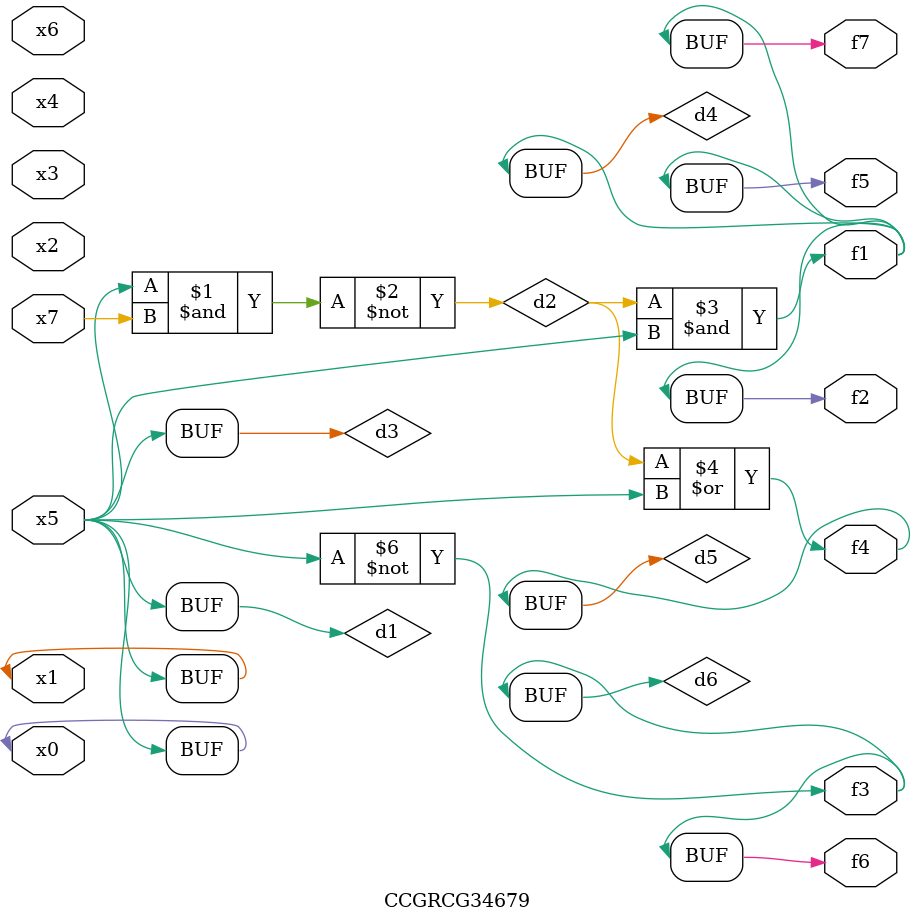
<source format=v>
module CCGRCG34679(
	input x0, x1, x2, x3, x4, x5, x6, x7,
	output f1, f2, f3, f4, f5, f6, f7
);

	wire d1, d2, d3, d4, d5, d6;

	buf (d1, x0, x5);
	nand (d2, x5, x7);
	buf (d3, x0, x1);
	and (d4, d2, d3);
	or (d5, d2, d3);
	nor (d6, d1, d3);
	assign f1 = d4;
	assign f2 = d4;
	assign f3 = d6;
	assign f4 = d5;
	assign f5 = d4;
	assign f6 = d6;
	assign f7 = d4;
endmodule

</source>
